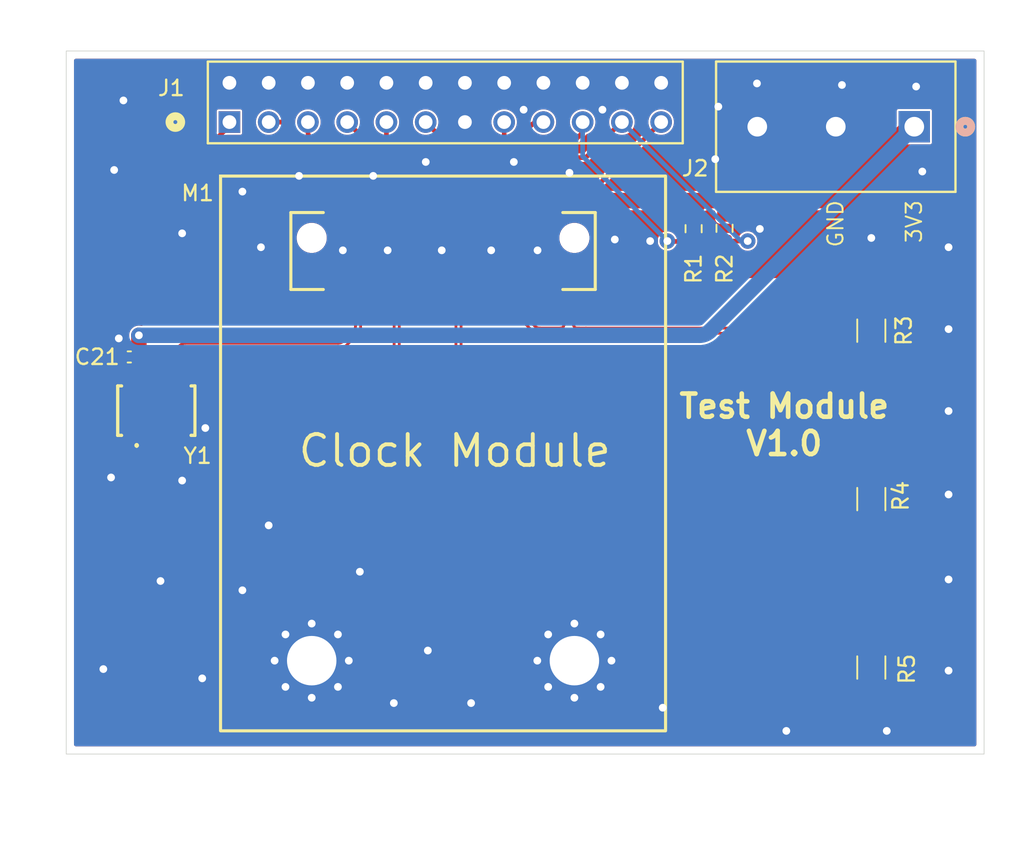
<source format=kicad_pcb>
(kicad_pcb (version 20241229) (generator "pcbnew") (generator_version "9.0")
  (layers (0 "F.Cu" signal) (4 "In1.Cu" signal) (6 "In2.Cu" signal) (2 "B.Cu" signal) (13 "F.Paste" user) (15 "B.Paste" user) (5 "F.SilkS" user "F.Silkscreen") (7 "B.SilkS" user "B.Silkscreen") (1 "F.Mask" user) (3 "B.Mask" user) (25 "Edge.Cuts" user))
  (net 0 "")
  (net 1 "3V3")
  (net 2 "GND")
  (net 3 "/A1{slash}SDO")
  (net 4 "/LOLB")
  (net 5 "/SCLK")
  (net 6 "/LOS_XAXBB")
  (net 7 "/OEB")
  (net 8 "/I2C_SEL")
  (net 9 "/EN")
  (net 10 "/INTRB")
  (net 11 "/RSTB")
  (net 12 "/SDA{slash}SDIO")
  (net 13 "/A0{slash}CSB")
  (net 14 "/CLK_OUT1+")
  (net 15 "/CLK_OUT0+")
  (net 16 "/CLK_OUT0-")
  (net 17 "/CLK_OUT1-")
  (net 18 "/CLK_IN-")
  (net 19 "/CLK_OUT2+")
  (net 20 "/CLK_OUT2-")
  (net 21 "/CLK_IN+")
  (footprint "lib:Clock_Module" (layer "F.Cu") (at 124.819308 93.66339)
    (property "Reference" "M1" (at -15.885 -16.845 0) (layer "F.SilkS"))
    (property "Value" "Clock Module")
    (fp_line (start -9.85 -15.59) (end -9.85 -10.61) (stroke (width 0.2)) (layer "F.SilkS"))
    (fp_line (start -9.85 -10.61) (end -7.75 -10.61) (stroke (width 0.2)) (layer "F.SilkS"))
    (fp_line (start -7.75 -15.59) (end -9.85 -15.59) (stroke (width 0.2)) (layer "F.SilkS"))
    (fp_line (start 7.75 -10.61) (end 9.85 -10.61) (stroke (width 0.2)) (layer "F.SilkS"))
    (fp_line (start 9.85 -15.59) (end 7.75 -15.59) (stroke (width 0.2)) (layer "F.SilkS"))
    (fp_line (start 9.85 -15.59) (end 9.85 -10.61) (stroke (width 0.2)) (layer "F.SilkS"))
    (fp_rect (start -14.4 -17.95) (end 14.4 17.95) (stroke (width 0.2)) (fill no) (layer "F.SilkS"))
    (fp_text user "Clock Module" (at -9.5 1 0) (layer "F.SilkS") (effects (font (size 2 2) (thickness 0.25)) (justify left bottom)))
    (pad "" np_thru_hole circle (at -8.5 -13.95 180) (size 1.45 1.45) (drill 1.45) (layers "*.Cu" "*.Mask"))
    (pad "" np_thru_hole circle (at 8.5 -13.95 180) (size 1.45 1.45) (drill 1.45) (layers "*.Cu" "*.Mask"))
    (pad "1" thru_hole circle (at -10.9 13.41) (size 0.8 0.8) (drill 0.5) (layers "*.Cu" "*.Mask") (net 2 "GND"))
    (pad "1" thru_hole circle (at -10.197056 11.712944) (size 0.8 0.8) (drill 0.5) (layers "*.Cu" "*.Mask") (net 2 "GND"))
    (pad "1" thru_hole circle (at -10.197056 15.107056) (size 0.8 0.8) (drill 0.5) (layers "*.Cu" "*.Mask") (net 2 "GND"))
    (pad "1" thru_hole circle (at -8.5 11.01) (size 0.8 0.8) (drill 0.5) (layers "*.Cu" "*.Mask") (net 2 "GND"))
    (pad "1" thru_hole circle (at -8.5 15.81) (size 0.8 0.8) (drill 0.5) (layers "*.Cu" "*.Mask") (net 2 "GND"))
    (pad "1" smd rect (at -7.25 -14.95 180) (size 0.3 1.5) (layers "F.Cu" "F.Mask" "F.Paste") (net 2 "GND"))
    (pad "1" thru_hole circle (at -6.802944 11.712944) (size 0.8 0.8) (drill 0.5) (layers "*.Cu" "*.Mask") (net 2 "GND"))
    (pad "1" thru_hole circle (at -6.802944 15.107056) (size 0.8 0.8) (drill 0.5) (layers "*.Cu" "*.Mask") (net 2 "GND"))
    (pad "1" thru_hole circle (at -6.1 13.41) (size 0.8 0.8) (drill 0.5) (layers "*.Cu" "*.Mask") (net 2 "GND"))
    (pad "1" thru_hole circle (at 6.1 13.41) (size 0.8 0.8) (drill 0.5) (layers "*.Cu" "*.Mask") (net 2 "GND"))
    (pad "1" thru_hole circle (at 6.802944 11.712944) (size 0.8 0.8) (drill 0.5) (layers "*.Cu" "*.Mask") (net 2 "GND"))
    (pad "1" thru_hole circle (at 6.802944 15.107056) (size 0.8 0.8) (drill 0.5) (layers "*.Cu" "*.Mask") (net 2 "GND"))
    (pad "1" thru_hole circle (at 8.5 11.01) (size 0.8 0.8) (drill 0.5) (layers "*.Cu" "*.Mask") (net 2 "GND"))
    (pad "1" thru_hole circle (at 8.5 15.81) (size 0.8 0.8) (drill 0.5) (layers "*.Cu" "*.Mask") (net 2 "GND"))
    (pad "1" thru_hole circle (at 10.197056 11.712944) (size 0.8 0.8) (drill 0.5) (layers "*.Cu" "*.Mask") (net 2 "GND"))
    (pad "1" thru_hole circle (at 10.197056 15.107056) (size 0.8 0.8) (drill 0.5) (layers "*.Cu" "*.Mask") (net 2 "GND"))
    (pad "1" thru_hole circle (at 10.9 13.41) (size 0.8 0.8) (drill 0.5) (layers "*.Cu" "*.Mask") (net 2 "GND"))
    (pad "2" smd rect (at -7.25 -11.25 180) (size 0.3 1.5) (layers "F.Cu" "F.Mask" "F.Paste") (net 2 "GND"))
    (pad "3" smd rect (at -6.75 -14.95 180) (size 0.3 1.5) (layers "F.Cu" "F.Mask" "F.Paste") (net 2 "GND"))
    (pad "4" smd rect (at -6.75 -11.25 180) (size 0.3 1.5) (layers "F.Cu" "F.Mask" "F.Paste") (net 2 "GND"))
    (pad "5" smd rect (at -6.25 -14.95 180) (size 0.3 1.5) (layers "F.Cu" "F.Mask" "F.Paste") (net 2 "GND"))
    (pad "6" smd rect (at -6.25 -11.25 180) (size 0.3 1.5) (layers "F.Cu" "F.Mask" "F.Paste") (net 2 "GND"))
    (pad "7" smd rect (at -5.75 -14.95 180) (size 0.3 1.5) (layers "F.Cu" "F.Mask" "F.Paste") (net 2 "GND"))
    (pad "8" smd rect (at -5.75 -11.25 180) (size 0.3 1.5) (layers "F.Cu" "F.Mask" "F.Paste") (net 21 "/CLK_IN+"))
    (pad "9" smd rect (at -5.25 -14.95 180) (size 0.3 1.5) (layers "F.Cu" "F.Mask" "F.Paste") (net 8 "/I2C_SEL"))
    (pad "10" smd rect (at -5.25 -11.25 180) (size 0.3 1.5) (layers "F.Cu" "F.Mask" "F.Paste") (net 18 "/CLK_IN-"))
    (pad "11" smd rect (at -4.75 -14.95 180) (size 0.3 1.5) (layers "F.Cu" "F.Mask" "F.Paste") (net 10 "/INTRB"))
    (pad "12" smd rect (at -4.75 -11.25 180) (size 0.3 1.5) (layers "F.Cu" "F.Mask" "F.Paste") (net 2 "GND"))
    (pad "13" smd rect (at -4.25 -14.95 180) (size 0.3 1.5) (layers "F.Cu" "F.Mask" "F.Paste") (net 2 "GND"))
    (pad "14" smd rect (at -4.25 -11.25 180) (size 0.3 1.5) (layers "F.Cu" "F.Mask" "F.Paste") (net 2 "GND"))
    (pad "15" smd rect (at -3.75 -14.95 180) (size 0.3 1.5) (layers "F.Cu" "F.Mask" "F.Paste") (net 2 "GND"))
    (pad "16" smd rect (at -3.75 -11.25 180) (size 0.3 1.5) (layers "F.Cu" "F.Mask" "F.Paste") (net 2 "GND"))
    (pad "17" smd rect (at -3.25 -14.95 180) (size 0.3 1.5) (layers "F.Cu" "F.Mask" "F.Paste") (net 2 "GND"))
    (pad "18" smd rect (at -3.25 -11.25 180) (size 0.3 1.5) (layers "F.Cu" "F.Mask" "F.Paste") (net 19 "/CLK_OUT2+"))
    (pad "19" smd rect (at -2.75 -14.95 180) (size 0.3 1.5) (layers "F.Cu" "F.Mask" "F.Paste") (net 2 "GND"))
    (pad "20" smd rect (at -2.75 -11.25 180) (size 0.3 1.5) (layers "F.Cu" "F.Mask" "F.Paste") (net 20 "/CLK_OUT2-"))
    (pad "21" smd rect (at -2.25 -14.95 180) (size 0.3 1.5) (layers "F.Cu" "F.Mask" "F.Paste") (net 2 "GND"))
    (pad "22" smd rect (at -2.25 -11.25 180) (size 0.3 1.5) (layers "F.Cu" "F.Mask" "F.Paste") (net 2 "GND"))
    (pad "23" smd rect (at -1.75 -14.95 180) (size 0.3 1.5) (layers "F.Cu" "F.Mask" "F.Paste") (net 6 "/LOS_XAXBB"))
    (pad "24" smd rect (at -1.75 -11.25 180) (size 0.3 1.5) (layers "F.Cu" "F.Mask" "F.Paste") (net 2 "GND"))
    (pad "25" smd rect (at -1.25 -14.95 180) (size 0.3 1.5) (layers "F.Cu" "F.Mask" "F.Paste") (net 4 "/LOLB"))
    (pad "26" smd rect (at -1.25 -11.25 180) (size 0.3 1.5) (layers "F.Cu" "F.Mask" "F.Paste") (net 2 "GND"))
    (pad "27" smd rect (at -0.75 -14.95 180) (size 0.3 1.5) (layers "F.Cu" "F.Mask" "F.Paste") (net 2 "GND"))
    (pad "28" smd rect (at -0.75 -11.25 180) (size 0.3 1.5) (layers "F.Cu" "F.Mask" "F.Paste") (net 2 "GND"))
    (pad "29" smd rect (at -0.25 -14.95 180) (size 0.3 1.5) (layers "F.Cu" "F.Mask" "F.Paste") (net 2 "GND"))
    (pad "30" smd rect (at -0.25 -11.25 180) (size 0.3 1.5) (layers "F.Cu" "F.Mask" "F.Paste") (net 2 "GND"))
    (pad "31" smd rect (at 0.25 -14.95 180) (size 0.3 1.5) (layers "F.Cu" "F.Mask" "F.Paste") (net 11 "/RSTB"))
    (pad "32" smd rect (at 0.25 -11.25 180) (size 0.3 1.5) (layers "F.Cu" "F.Mask" "F.Paste") (net 2 "GND"))
    (pad "33" smd rect (at 0.75 -14.95 180) (size 0.3 1.5) (layers "F.Cu" "F.Mask" "F.Paste") (net 2 "GND"))
    (pad "34" smd rect (at 0.75 -11.25 180) (size 0.3 1.5) (layers "F.Cu" "F.Mask" "F.Paste") (net 14 "/CLK_OUT1+"))
    (pad "35" smd rect (at 1.25 -14.95 180) (size 0.3 1.5) (layers "F.Cu" "F.Mask" "F.Paste") (net 13 "/A0{slash}CSB"))
    (pad "36" smd rect (at 1.25 -11.25 180) (size 0.3 1.5) (layers "F.Cu" "F.Mask" "F.Paste") (net 17 "/CLK_OUT1-"))
    (pad "37" smd rect (at 1.75 -14.95 180) (size 0.3 1.5) (layers "F.Cu" "F.Mask" "F.Paste") (net 3 "/A1{slash}SDO"))
    (pad "38" smd rect (at 1.75 -11.25 180) (size 0.3 1.5) (layers "F.Cu" "F.Mask" "F.Paste") (net 2 "GND"))
    (pad "39" smd rect (at 2.25 -14.95 180) (size 0.3 1.5) (layers "F.Cu" "F.Mask" "F.Paste") (net 2 "GND"))
    (pad "40" smd rect (at 2.25 -11.25 180) (size 0.3 1.5) (layers "F.Cu" "F.Mask" "F.Paste") (net 2 "GND"))
    (pad "41" smd rect (at 2.75 -14.95 180) (size 0.3 1.5) (layers "F.Cu" "F.Mask" "F.Paste") (net 5 "/SCLK"))
    (pad "42" smd rect (at 2.75 -11.25 180) (size 0.3 1.5) (layers "F.Cu" "F.Mask" "F.Paste") (net 2 "GND"))
    (pad "43" smd rect (at 3.25 -14.95 180) (size 0.3 1.5) (layers "F.Cu" "F.Mask" "F.Paste") (net 12 "/SDA{slash}SDIO"))
    (pad "44" smd rect (at 3.25 -11.25 180) (size 0.3 1.5) (layers "F.Cu" "F.Mask" "F.Paste") (net 2 "GND"))
    (pad "45" smd rect (at 3.75 -14.95 180) (size 0.3 1.5) (layers "F.Cu" "F.Mask" "F.Paste") (net 2 "GND"))
    (pad "46" smd rect (at 3.75 -11.25 180) (size 0.3 1.5) (layers "F.Cu" "F.Mask" "F.Paste") (net 2 "GND"))
    (pad "47" smd rect (at 4.25 -14.95 180) (size 0.3 1.5) (layers "F.Cu" "F.Mask" "F.Paste") (net 7 "/OEB"))
    (pad "48" smd rect (at 4.25 -11.25 180) (size 0.3 1.5) (layers "F.Cu" "F.Mask" "F.Paste") (net 2 "GND"))
    (pad "49" smd rect (at 4.75 -14.95 180) (size 0.3 1.5) (layers "F.Cu" "F.Mask" "F.Paste") (net 2 "GND"))
    (pad "50" smd rect (at 4.75 -11.25 180) (size 0.3 1.5) (layers "F.Cu" "F.Mask" "F.Paste") (net 15 "/CLK_OUT0+"))
    (pad "51" smd rect (at 5.25 -14.95 180) (size 0.3 1.5) (layers "F.Cu" "F.Mask" "F.Paste") (net 2 "GND"))
    (pad "52" smd rect (at 5.25 -11.25 180) (size 0.3 1.5) (layers "F.Cu" "F.Mask" "F.Paste") (net 16 "/CLK_OUT0-"))
    (pad "53" smd rect (at 5.75 -14.95 180) (size 0.3 1.5) (layers "F.Cu" "F.Mask" "F.Paste") (net 1 "3V3"))
    (pad "54" smd rect (at 5.75 -11.25 180) (size 0.3 1.5) (layers "F.Cu" "F.Mask" "F.Paste") (net 2 "GND"))
    (pad "55" smd rect (at 6.25 -14.95 180) (size 0.3 1.5) (layers "F.Cu" "F.Mask" "F.Paste") (net 1 "3V3"))
    (pad "56" smd rect (at 6.25 -11.25 180) (size 0.3 1.5) (layers "F.Cu" "F.Mask" "F.Paste") (net 2 "GND"))
    (pad "57" smd rect (at 6.75 -14.95 180) (size 0.3 1.5) (layers "F.Cu" "F.Mask" "F.Paste") (net 1 "3V3"))
    (pad "58" smd rect (at 6.75 -11.25 180) (size 0.3 1.5) (layers "F.Cu" "F.Mask" "F.Paste") (net 2 "GND"))
    (pad "59" smd rect (at 7.25 -14.95 180) (size 0.3 1.5) (layers "F.Cu" "F.Mask" "F.Paste") (net 2 "GND"))
    (pad "60" smd rect (at 7.25 -11.25 180) (size 0.3 1.5) (layers "F.Cu" "F.Mask" "F.Paste") (net 2 "GND"))
    (pad "H1" thru_hole circle (at -8.5 13.41) (size 6.4 6.4) (drill 3.2) (layers "*.Cu" "*.Mask") (net 2 "GND"))
    (pad "H2" thru_hole circle (at 8.5 13.41) (size 6.4 6.4) (drill 3.2) (layers "*.Cu" "*.Mask") (net 2 "GND"))
  )
  (footprint "Resistor_SMD:R_1206_3216Metric" (layer "F.Cu") (at 152.534308 96.61839 90)
    (property "Reference" "R4" (at 0.2 1.9 90) (layer "F.SilkS"))
    (property "Value" "100")
    (fp_line (start -0.727064 -0.91) (end 0.727064 -0.91) (stroke (width 0.12)) (layer "F.SilkS"))
    (fp_line (start -0.727064 0.91) (end 0.727064 0.91) (stroke (width 0.12)) (layer "F.SilkS"))
    (pad "1" smd roundrect (at -1.4625 0 90) (size 1.125 1.75) (layers "F.Cu" "F.Mask" "F.Paste") (roundrect_rratio 0.222222) (net 14 "/CLK_OUT1+"))
    (pad "2" smd roundrect (at 1.4625 0 90) (size 1.125 1.75) (layers "F.Cu" "F.Mask" "F.Paste") (roundrect_rratio 0.222222) (net 17 "/CLK_OUT1-"))
  )
  (footprint "Resistor_SMD:R_0603_1608Metric" (layer "F.Cu") (at 143.034308 79.09339 -90)
    (property "Reference" "R2" (at 2.625 0 90) (layer "F.SilkS"))
    (property "Value" "10k")
    (fp_line (start -0.237258 0.5225) (end 0.237258 0.5225) (stroke (width 0.12)) (layer "F.SilkS"))
    (fp_line (start -0.237258 -0.5225) (end 0.237258 -0.5225) (stroke (width 0.12)) (layer "F.SilkS"))
    (pad "1" smd roundrect (at -0.825 0 270) (size 0.8 0.95) (layers "F.Cu" "F.Mask" "F.Paste") (net 1 "3V3"))
    (pad "2" smd roundrect (at 0.825 0 270) (size 0.8 0.95) (layers "F.Cu" "F.Mask" "F.Paste") (net 12 "/SDA{slash}SDIO"))
  )
  (footprint "Capacitor_SMD:C_0402_1005Metric" (layer "F.Cu") (at 104.514308 87.41839 180)
    (property "Reference" "C21" (at 2.08 0 0) (layer "F.SilkS"))
    (property "Value" "1uF")
    (fp_line (start -0.107836 0.36) (end 0.107836 0.36) (stroke (width 0.12)) (layer "F.SilkS"))
    (fp_line (start -0.107836 -0.36) (end 0.107836 -0.36) (stroke (width 0.12)) (layer "F.SilkS"))
    (pad "1" smd roundrect (at -0.48 0 180) (size 0.56 0.62) (layers "F.Cu" "F.Mask" "F.Paste") (net 1 "3V3"))
    (pad "2" smd roundrect (at 0.48 0 180) (size 0.56 0.62) (layers "F.Cu" "F.Mask" "F.Paste") (net 2 "GND"))
  )
  (footprint "lib:282837-3_TYC" (layer "F.Cu") (at 155.314308 72.51839 180)
    (property "Reference" "J2" (at 14.18 -2.7 0) (layer "F.SilkS"))
    (property "Value" "282837-3")
    (fp_line (start 12.827 4.2164) (end 12.827 -4.2164) (stroke (width 0.1524)) (layer "F.SilkS"))
    (fp_line (start 12.827 -4.2164) (end -2.667 -4.2164) (stroke (width 0.1524)) (layer "F.SilkS"))
    (fp_line (start -2.667 4.2164) (end 12.827 4.2164) (stroke (width 0.1524)) (layer "F.SilkS"))
    (fp_line (start -2.667 -4.2164) (end -2.667 4.2164) (stroke (width 0.1524)) (layer "F.SilkS"))
    (fp_circle (center -3.302 0) (end -2.921 0) (stroke (width 0.508)) (fill no) (layer "F.SilkS"))
    (fp_circle (center -3.302 0) (end -2.921 0) (stroke (width 0.508)) (fill no) (layer "B.SilkS"))
    (pad "1" thru_hole rect (at 0 0 180) (size 2.032 2.032) (drill 1.27) (layers "*.Cu" "*.Mask") (net 1 "3V3"))
    (pad "2" thru_hole circle (at 5.08 0 180) (size 2.032 2.032) (drill 1.27) (layers "*.Cu" "*.Mask") (net 2 "GND"))
    (pad "3" thru_hole circle (at 10.16 0 180) (size 2.032 2.032) (drill 1.27) (layers "*.Cu" "*.Mask") (net 2 "GND"))
  )
  (footprint "lib:6-534206-2_TYC" (layer "F.Cu") (at 110.994308 72.21839)
    (property "Reference" "J1" (at -3.76 -2.2 0) (layer "F.SilkS"))
    (property "Value" "6-534206-2" (hide yes))
    (fp_line (start -1.397 -3.9116) (end -1.397 1.3716) (stroke (width 0.1524)) (layer "F.SilkS"))
    (fp_line (start -1.397 1.3716) (end 29.337 1.3716) (stroke (width 0.1524)) (layer "F.SilkS"))
    (fp_line (start 29.337 -3.9116) (end -1.397 -3.9116) (stroke (width 0.1524)) (layer "F.SilkS"))
    (fp_line (start 29.337 1.3716) (end 29.337 -3.9116) (stroke (width 0.1524)) (layer "F.SilkS"))
    (fp_circle (center -3.5 0) (end -3.119 0) (stroke (width 0.508)) (fill no) (layer "F.SilkS"))
    (pad "1" thru_hole rect (at 0 0) (size 1.397 1.397) (drill 0.889) (layers "*.Cu" "*.Mask") (net 9 "/EN"))
    (pad "2" thru_hole circle (at 2.54 0) (size 1.397 1.397) (drill 0.889) (layers "*.Cu" "*.Mask") (net 8 "/I2C_SEL"))
    (pad "3" thru_hole circle (at 5.08 0) (size 1.397 1.397) (drill 0.889) (layers "*.Cu" "*.Mask") (net 10 "/INTRB"))
    (pad "4" thru_hole circle (at 7.62 0) (size 1.397 1.397) (drill 0.889) (layers "*.Cu" "*.Mask") (net 6 "/LOS_XAXBB"))
    (pad "5" thru_hole circle (at 10.16 0) (size 1.397 1.397) (drill 0.889) (layers "*.Cu" "*.Mask") (net 4 "/LOLB"))
    (pad "6" thru_hole circle (at 12.7 0) (size 1.397 1.397) (drill 0.889) (layers "*.Cu" "*.Mask") (net 11 "/RSTB"))
    (pad "7" thru_hole circle (at 15.24 0) (size 1.397 1.397) (drill 0.889) (layers "*.Cu" "*.Mask") (net 2 "GND"))
    (pad "8" thru_hole circle (at 17.78 0) (size 1.397 1.397) (drill 0.889) (layers "*.Cu" "*.Mask") (net 13 "/A0{slash}CSB"))
    (pad "9" thru_hole circle (at 20.32 0) (size 1.397 1.397) (drill 0.889) (layers "*.Cu" "*.Mask") (net 3 "/A1{slash}SDO"))
    (pad "10" thru_hole circle (at 22.86 0) (size 1.397 1.397) (drill 0.889) (layers "*.Cu" "*.Mask") (net 5 "/SCLK"))
    (pad "11" thru_hole circle (at 25.4 0) (size 1.397 1.397) (drill 0.889) (layers "*.Cu" "*.Mask") (net 12 "/SDA{slash}SDIO"))
    (pad "12" thru_hole circle (at 27.94 0) (size 1.397 1.397) (drill 0.889) (layers "*.Cu" "*.Mask") (net 7 "/OEB"))
    (pad "13" thru_hole circle (at 0 -2.54) (size 1.397 1.397) (drill 0.889) (layers "*.Cu" "*.Mask") (net 2 "GND"))
    (pad "14" thru_hole circle (at 2.54 -2.54) (size 1.397 1.397) (drill 0.889) (layers "*.Cu" "*.Mask") (net 2 "GND"))
    (pad "15" thru_hole circle (at 5.08 -2.54) (size 1.397 1.397) (drill 0.889) (layers "*.Cu" "*.Mask") (net 2 "GND"))
    (pad "16" thru_hole circle (at 7.62 -2.54) (size 1.397 1.397) (drill 0.889) (layers "*.Cu" "*.Mask") (net 2 "GND"))
    (pad "17" thru_hole circle (at 10.16 -2.54) (size 1.397 1.397) (drill 0.889) (layers "*.Cu" "*.Mask") (net 2 "GND"))
    (pad "18" thru_hole circle (at 12.7 -2.54) (size 1.397 1.397) (drill 0.889) (layers "*.Cu" "*.Mask") (net 2 "GND"))
    (pad "19" thru_hole circle (at 15.24 -2.54) (size 1.397 1.397) (drill 0.889) (layers "*.Cu" "*.Mask") (net 2 "GND"))
    (pad "20" thru_hole circle (at 17.78 -2.54) (size 1.397 1.397) (drill 0.889) (layers "*.Cu" "*.Mask") (net 2 "GND"))
    (pad "21" thru_hole circle (at 20.32 -2.54) (size 1.397 1.397) (drill 0.889) (layers "*.Cu" "*.Mask") (net 2 "GND"))
    (pad "22" thru_hole circle (at 22.86 -2.54) (size 1.397 1.397) (drill 0.889) (layers "*.Cu" "*.Mask") (net 2 "GND"))
    (pad "23" thru_hole circle (at 25.4 -2.54) (size 1.397 1.397) (drill 0.889) (layers "*.Cu" "*.Mask") (net 2 "GND"))
    (pad "24" thru_hole circle (at 27.94 -2.54) (size 1.397 1.397) (drill 0.889) (layers "*.Cu" "*.Mask") (net 2 "GND"))
  )
  (footprint "lib:XLL536010000000I" (layer "F.Cu") (at 106.264308 90.89339)
    (property "Reference" "Y1" (at 2.67 2.925 0) (layer "F.SilkS"))
    (property "Value" "XLL536010.000000I" (hide yes))
    (fp_line (start -2.5 -1.6) (end -2.5 -1.6) (stroke (width 0.2)) (layer "F.SilkS"))
    (fp_line (start -2.5 -1.6) (end -2.5 -1.6) (stroke (width 0.2)) (layer "F.SilkS"))
    (fp_line (start -2.5 -1.6) (end -2.5 1.6) (stroke (width 0.2)) (layer "F.SilkS"))
    (fp_line (start -2.5 -1.6) (end -2.25 -1.6) (stroke (width 0.2)) (layer "F.SilkS"))
    (fp_line (start -2.5 1.6) (end -2.5 -1.6) (stroke (width 0.2)) (layer "F.SilkS"))
    (fp_line (start -2.5 1.6) (end -2.5 1.6) (stroke (width 0.2)) (layer "F.SilkS"))
    (fp_line (start -2.5 1.6) (end -2.5 1.6) (stroke (width 0.2)) (layer "F.SilkS"))
    (fp_line (start -2.5 1.6) (end -2.25 1.6) (stroke (width 0.2)) (layer "F.SilkS"))
    (fp_line (start -2.25 -1.6) (end -2.5 -1.6) (stroke (width 0.2)) (layer "F.SilkS"))
    (fp_line (start -2.25 -1.6) (end -2.25 -1.6) (stroke (width 0.2)) (layer "F.SilkS"))
    (fp_line (start -2.25 1.6) (end -2.5 1.6) (stroke (width 0.2)) (layer "F.SilkS"))
    (fp_line (start -2.25 1.6) (end -2.25 1.6) (stroke (width 0.2)) (layer "F.SilkS"))
    (fp_line (start -1.27 2.2) (end -1.27 2.2) (stroke (width 0.2)) (layer "F.SilkS"))
    (fp_line (start -1.27 2.2) (end -1.27 2.2) (stroke (width 0.2)) (layer "F.SilkS"))
    (fp_line (start -1.27 2.3) (end -1.27 2.3) (stroke (width 0.2)) (layer "F.SilkS"))
    (fp_line (start 2.25 -1.6) (end 2.25 -1.6) (stroke (width 0.2)) (layer "F.SilkS"))
    (fp_line (start 2.25 -1.6) (end 2.5 -1.6) (stroke (width 0.2)) (layer "F.SilkS"))
    (fp_line (start 2.25 1.6) (end 2.25 1.6) (stroke (width 0.2)) (layer "F.SilkS"))
    (fp_line (start 2.25 1.6) (end 2.5 1.6) (stroke (width 0.2)) (layer "F.SilkS"))
    (fp_line (start 2.5 -1.6) (end 2.25 -1.6) (stroke (width 0.2)) (layer "F.SilkS"))
    (fp_line (start 2.5 -1.6) (end 2.5 -1.6) (stroke (width 0.2)) (layer "F.SilkS"))
    (fp_line (start 2.5 -1.6) (end 2.5 -1.6) (stroke (width 0.2)) (layer "F.SilkS"))
    (fp_line (start 2.5 -1.6) (end 2.5 1.6) (stroke (width 0.2)) (layer "F.SilkS"))
    (fp_line (start 2.5 1.6) (end 2.25 1.6) (stroke (width 0.2)) (layer "F.SilkS"))
    (fp_line (start 2.5 1.6) (end 2.5 -1.6) (stroke (width 0.2)) (layer "F.SilkS"))
    (fp_line (start 2.5 1.6) (end 2.5 1.6) (stroke (width 0.2)) (layer "F.SilkS"))
    (fp_line (start 2.5 1.6) (end 2.5 1.6) (stroke (width 0.2)) (layer "F.SilkS"))
    (fp_arc (start -1.27 2.2) (mid -1.22 2.25) (end -1.27 2.3) (stroke (width 0.2)) (layer "F.SilkS"))
    (fp_arc (start -1.27 2.3) (mid -1.32 2.25) (end -1.27 2.2) (stroke (width 0.2)) (layer "F.SilkS"))
    (fp_arc (start -1.27 2.3) (mid -1.32 2.25) (end -1.27 2.2) (stroke (width 0.2)) (layer "F.SilkS"))
    (pad "1" smd rect (at -1.27 1.125) (size 0.89 1.29) (layers "F.Cu" "F.Mask" "F.Paste") (net 9 "/EN"))
    (pad "2" smd rect (at 0 1.125) (size 0.89 1.29) (layers "F.Cu" "F.Mask" "F.Paste"))
    (pad "3" smd rect (at 1.27 1.125) (size 0.89 1.29) (layers "F.Cu" "F.Mask" "F.Paste") (net 2 "GND"))
    (pad "4" smd rect (at 1.27 -1.125) (size 0.89 1.29) (layers "F.Cu" "F.Mask" "F.Paste") (net 18 "/CLK_IN-"))
    (pad "5" smd rect (at 0 -1.125) (size 0.89 1.29) (layers "F.Cu" "F.Mask" "F.Paste") (net 21 "/CLK_IN+"))
    (pad "6" smd rect (at -1.27 -1.125) (size 0.89 1.29) (layers "F.Cu" "F.Mask" "F.Paste") (net 1 "3V3"))
  )
  (footprint "Resistor_SMD:R_1206_3216Metric" (layer "F.Cu") (at 152.534308 107.51839 90)
    (property "Reference" "R5" (at -0.1 2.3 90) (layer "F.SilkS"))
    (property "Value" "100")
    (fp_line (start -0.727064 -0.91) (end 0.727064 -0.91) (stroke (width 0.12)) (layer "F.SilkS"))
    (fp_line (start -0.727064 0.91) (end 0.727064 0.91) (stroke (width 0.12)) (layer "F.SilkS"))
    (pad "1" smd roundrect (at -1.4625 0 90) (size 1.125 1.75) (layers "F.Cu" "F.Mask" "F.Paste") (roundrect_rratio 0.222222) (net 19 "/CLK_OUT2+"))
    (pad "2" smd roundrect (at 1.4625 0 90) (size 1.125 1.75) (layers "F.Cu" "F.Mask" "F.Paste") (roundrect_rratio 0.222222) (net 20 "/CLK_OUT2-"))
  )
  (footprint "Resistor_SMD:R_0603_1608Metric" (layer "F.Cu") (at 141.034308 79.11839 -90)
    (property "Reference" "R1" (at 2.6 0 90) (layer "F.SilkS"))
    (property "Value" "10k")
    (fp_line (start -0.237258 0.5225) (end 0.237258 0.5225) (stroke (width 0.12)) (layer "F.SilkS"))
    (fp_line (start -0.237258 -0.5225) (end 0.237258 -0.5225) (stroke (width 0.12)) (layer "F.SilkS"))
    (pad "1" smd roundrect (at -0.825 0 270) (size 0.8 0.95) (layers "F.Cu" "F.Mask" "F.Paste") (net 1 "3V3"))
    (pad "2" smd roundrect (at 0.825 0 270) (size 0.8 0.95) (layers "F.Cu" "F.Mask" "F.Paste") (net 5 "/SCLK"))
  )
  (footprint "Resistor_SMD:R_1206_3216Metric" (layer "F.Cu") (at 152.534308 85.71839 90)
    (property "Reference" "R3" (at 0 2.1 90) (layer "F.SilkS"))
    (property "Value" "100")
    (fp_line (start -0.727064 -0.91) (end 0.727064 -0.91) (stroke (width 0.12)) (layer "F.SilkS"))
    (fp_line (start -0.727064 0.91) (end 0.727064 0.91) (stroke (width 0.12)) (layer "F.SilkS"))
    (pad "1" smd roundrect (at -1.4625 0 90) (size 1.125 1.75) (layers "F.Cu" "F.Mask" "F.Paste") (roundrect_rratio 0.222222) (net 15 "/CLK_OUT0+"))
    (pad "2" smd roundrect (at 1.4625 0 90) (size 1.125 1.75) (layers "F.Cu" "F.Mask" "F.Paste") (roundrect_rratio 0.222222) (net 16 "/CLK_OUT0-"))
  )
  (gr_rect (start 100.434308 67.61839) (end 159.834308 113.11839) (stroke (width 0.05)) (fill no) (layer "Edge.Cuts"))
  (gr_text "3V3" (at 155.884933 80.11839 90) (layer "F.SilkS") (effects (font (size 1 1) (thickness 0.125)) (justify left bottom)))
  (gr_text "Test Module\nV1.0" (at 146.9 93.9 0) (layer "F.SilkS") (effects (font (size 1.5 1.5) (thickness 0.3) (bold yes)) (justify bottom)))
  (gr_text "GND" (at 150.804933 80.404104 90) (layer "F.SilkS") (effects (font (size 1 1) (thickness 0.125)) (justify left bottom)))
  (segment (start 131.357178 77.3) (end 131.069308 77.58787) (width 1) (layer "F.Cu") (net 1))
  (segment (start 131.069308 77.58787) (end 131.069308 78.71339) (width 1) (layer "F.Cu") (net 1))
  (segment (start 105.134308 86.01839) (end 105.134308 89.62839) (width 1) (layer "F.Cu") (net 1))
  (segment (start 142.052698 77.3) (end 131.357178 77.3) (width 1) (layer "F.Cu") (net 1))
  (segment (start 150.152698 77.3) (end 154.934308 72.51839) (width 1) (layer "F.Cu") (net 1))
  (segment (start 145.715918 77.3) (end 142.052698 77.3) (width 1) (layer "F.Cu") (net 1))
  (segment (start 142.052698 77.3) (end 141.059308 78.29339) (width 0.3) (layer "F.Cu") (net 1))
  (segment (start 141.059308 78.29339) (end 141.034308 78.29339) (width 0.3) (layer "F.Cu") (net 1))
  (segment (start 105.134308 89.62839) (end 104.994308 89.76839) (width 1) (layer "F.Cu") (net 1))
  (segment (start 143.584308 78.26839) (end 143.034308 78.26839) (width 0.3) (layer "F.Cu") (net 1))
  (segment (start 145.715918 77.3) (end 144.552698 77.3) (width 0.3) (layer "F.Cu") (net 1))
  (segment (start 145.715918 77.3) (end 150.152698 77.3) (width 1) (layer "F.Cu") (net 1))
  (segment (start 144.552698 77.3) (end 143.584308 78.26839) (width 0.3) (layer "F.Cu") (net 1))
  (segment (start 154.934308 72.51839) (end 155.314308 72.51839) (width 1) (layer "F.Cu") (net 1))
  (via (at 105.134308 86.01839) (size 1) (drill 0.5) (layers "F.Cu" "B.Cu") (net 1))
  (segment (start 155.314308 72.51839) (end 142.107201 85.725497) (width 1) (layer "B.Cu") (net 1))
  (segment (start 141.400094 86.01839) (end 105.134308 86.01839) (width 1) (layer "B.Cu") (net 1))
  (arc (start 142.107201 85.725497) (mid 141.782778 85.94227) (end 141.400094 86.01839) (width 1) (layer "B.Cu") (net 1))
  (via (at 145.320443 79.132255) (size 1) (drill 0.5) (layers "F.Cu" "B.Cu") (net 2))
  (via (at 150.634308 69.81839) (size 1) (drill 0.5) (layers "F.Cu" "B.Cu") (net 2))
  (via (at 153.534308 111.61839) (size 1) (drill 0.5) (layers "F.Cu" "B.Cu") (net 2))
  (via (at 124.734308 80.51839) (size 1) (drill 0.5) (layers "F.Cu" "B.Cu") (net 2))
  (via (at 129.4 74.8) (size 1) (drill 0.5) (layers "F.Cu" "B.Cu") (net 2))
  (via (at 103.334308 95.21839) (size 1) (drill 0.5) (layers "F.Cu" "B.Cu") (net 2))
  (via (at 106.534308 101.91839) (size 1) (drill 0.5) (layers "F.Cu" "B.Cu") (net 2))
  (via (at 102.834308 107.61839) (size 1) (drill 0.5) (layers "F.Cu" "B.Cu") (net 2))
  (via (at 107.934308 95.41839) (size 1) (drill 0.5) (layers "F.Cu" "B.Cu") (net 2))
  (via (at 135.934308 79.81839) (size 1) (drill 0.5) (layers "F.Cu" "B.Cu") (net 2))
  (via (at 120.3 75.7) (size 1) (drill 0.5) (layers "F.Cu" "B.Cu") (net 2))
  (via (at 133 75.5) (size 1) (drill 0.5) (layers "F.Cu" "B.Cu") (net 2))
  (via (at 115.5 75.7) (size 1) (drill 0.5) (layers "F.Cu" "B.Cu") (net 2))
  (via (at 126.634308 109.81839) (size 1) (drill 0.5) (layers "F.Cu" "B.Cu") (net 2))
  (via (at 157.534308 107.71839) (size 1) (drill 0.5) (layers "F.Cu" "B.Cu") (net 2))
  (via (at 130.934308 80.51839) (size 1) (drill 0.5) (layers "F.Cu" "B.Cu") (net 2))
  (via (at 157.534308 90.91839) (size 1) (drill 0.5) (layers "F.Cu" "B.Cu") (net 2))
  (via (at 130.034308 71.41839) (size 1) (drill 0.5) (layers "F.Cu" "B.Cu") (net 2))
  (via (at 119.434308 101.31839) (size 1) (drill 0.5) (layers "F.Cu" "B.Cu") (net 2))
  (via (at 123.7 74.8) (size 1) (drill 0.5) (layers "F.Cu" "B.Cu") (net 2))
  (via (at 103.534308 75.31839) (size 1) (drill 0.5) (layers "F.Cu" "B.Cu") (net 2))
  (via (at 155.834308 75.41839) (size 1) (drill 0.5) (layers "F.Cu" "B.Cu") (net 2))
  (via (at 118.334308 80.51839) (size 1) (drill 0.5) (layers "F.Cu" "B.Cu") (net 2))
  (via (at 123.834308 106.41839) (size 1) (drill 0.5) (layers "F.Cu" "B.Cu") (net 2))
  (via (at 103.834308 86.21839) (size 1) (drill 0.5) (layers "F.Cu" "B.Cu") (net 2))
  (via (at 107.934308 79.41839) (size 1) (drill 0.5) (layers "F.Cu" "B.Cu") (net 2))
  (via (at 157.534308 80.31839) (size 1) (drill 0.5) (layers "F.Cu" "B.Cu") (net 2))
  (via (at 113.534308 98.31839) (size 1) (drill 0.5) (layers "F.Cu" "B.Cu") (net 2))
  (via (at 111.834308 102.51839) (size 1) (drill 0.5) (layers "F.Cu" "B.Cu") (net 2))
  (via (at 121.234308 80.51839) (size 1) (drill 0.5) (layers "F.Cu" "B.Cu") (net 2))
  (via (at 157.534308 85.61839) (size 1) (drill 0.5) (layers "F.Cu" "B.Cu") (net 2))
  (via (at 138.222545 79.91839) (size 1) (drill 0.5) (layers "F.Cu" "B.Cu") (net 2))
  (via (at 142.434308 74.61839) (size 1) (drill 0.5) (layers "F.Cu" "B.Cu") (net 2))
  (via (at 157.534308 101.81839) (size 1) (drill 0.5) (layers "F.Cu" "B.Cu") (net 2))
  (via (at 109.434308 92.01839) (size 1) (drill 0.5) (layers "F.Cu" "B.Cu") (net 2))
  (via (at 113.034308 80.31839) (size 1) (drill 0.5) (layers "F.Cu" "B.Cu") (net 2))
  (via (at 139.034308 110.11839) (size 1) (drill 0.5) (layers "F.Cu" "B.Cu") (net 2))
  (via (at 135.134308 71.41839) (size 1) (drill 0.5) (layers "F.Cu" "B.Cu") (net 2))
  (via (at 104.134308 70.81839) (size 1) (drill 0.5) (layers "F.Cu" "B.Cu") (net 2))
  (via (at 157.534308 96.31839) (size 1) (drill 0.5) (layers "F.Cu" "B.Cu") (net 2))
  (via (at 109.234308 108.21839) (size 1) (drill 0.5) (layers "F.Cu" "B.Cu") (net 2))
  (via (at 145.134308 69.71839) (size 1) (drill 0.5) (layers "F.Cu" "B.Cu") (net 2))
  (via (at 147.034308 111.61839) (size 1) (drill 0.5) (layers "F.Cu" "B.Cu") (net 2))
  (via (at 111.834308 76.71839) (size 1) (drill 0.5) (layers "F.Cu" "B.Cu") (net 2))
  (via (at 127.934308 80.51839) (size 1) (drill 0.5) (layers "F.Cu" "B.Cu") (net 2))
  (via (at 155.434308 69.91839) (size 1) (drill 0.5) (layers "F.Cu" "B.Cu") (net 2))
  (via (at 152.534308 79.71839) (size 1) (drill 0.5) (layers "F.Cu" "B.Cu") (net 2))
  (via (at 142.634308 71.21839) (size 1) (drill 0.5) (layers "F.Cu" "B.Cu") (net 2))
  (via (at 121.634308 109.81839) (size 1) (drill 0.5) (layers "F.Cu" "B.Cu") (net 2))
  (segment (start 130.587861 72.364837) (end 126.715754 76.236944) (width 0.3) (layer "F.Cu") (net 3))
  (segment (start 131.314308 72.21839) (end 130.941415 72.21839) (width 0.3) (layer "F.Cu") (net 3))
  (segment (start 126.569308 76.590497) (end 126.569308 78.71339) (width 0.3) (layer "F.Cu") (net 3))
  (arc (start 130.587861 72.364837) (mid 130.750073 72.25645) (end 130.941415 72.21839) (width 0.3) (layer "F.Cu") (net 3))
  (arc (start 126.715754 76.236944) (mid 126.607368 76.399156) (end 126.569308 76.590497) (width 0.3) (layer "F.Cu") (net 3))
  (segment (start 121.154308 72.21839) (end 121.154308 73.931283) (width 0.3) (layer "F.Cu") (net 4))
  (segment (start 121.300755 74.284837) (end 123.422862 76.406944) (width 0.3) (layer "F.Cu") (net 4))
  (segment (start 123.569308 76.760497) (end 123.569308 78.71339) (width 0.3) (layer "F.Cu") (net 4))
  (arc (start 123.422862 76.406944) (mid 123.531248 76.569156) (end 123.569308 76.760497) (width 0.3) (layer "F.Cu") (net 4))
  (arc (start 121.154308 73.931283) (mid 121.192368 74.122625) (end 121.300755 74.284837) (width 0.3) (layer "F.Cu") (net 4))
  (segment (start 127.569308 78.037799) (end 127.569308 78.71339) (width 0.3) (layer "F.Cu") (net 5))
  (segment (start 133.707861 73.044837) (end 132.793514 73.959184) (width 0.3) (layer "F.Cu") (net 5))
  (segment (start 132.439961 74.10563) (end 131.501477 74.10563) (width 0.3) (layer "F.Cu") (net 5))
  (segment (start 131.147923 74.252077) (end 127.715754 77.684246) (width 0.3) (layer "F.Cu") (net 5))
  (segment (start 141.034308 79.94339) (end 139.359308 79.94339) (width 0.3) (layer "F.Cu") (net 5))
  (segment (start 133.854308 72.21839) (end 133.854308 72.691283) (width 0.3) (layer "F.Cu") (net 5))
  (segment (start 139.359308 79.94339) (end 139.334308 79.91839) (width 0.3) (layer "F.Cu") (net 5))
  (via (at 139.334308 79.91839) (size 1) (drill 0.5) (layers "F.Cu" "B.Cu") (net 5))
  (arc (start 133.707861 73.044837) (mid 133.816248 72.882625) (end 133.854308 72.691283) (width 0.3) (layer "F.Cu") (net 5))
  (arc (start 131.147923 74.252077) (mid 131.310135 74.14369) (end 131.501477 74.10563) (width 0.3) (layer "F.Cu") (net 5))
  (arc (start 127.715754 77.684246) (mid 127.607368 77.846458) (end 127.569308 78.037799) (width 0.3) (layer "F.Cu") (net 5))
  (arc (start 132.793514 73.959184) (mid 132.631302 74.06757) (end 132.439961 74.10563) (width 0.3) (layer "F.Cu") (net 5))
  (segment (start 133.854308 74.43839) (end 133.854308 72.21839) (width 0.3) (layer "B.Cu") (net 5))
  (segment (start 139.334308 79.91839) (end 133.854308 74.43839) (width 0.3) (layer "B.Cu") (net 5))
  (segment (start 118.614308 72.21839) (end 122.922862 76.526944) (width 0.3) (layer "F.Cu") (net 6))
  (segment (start 123.069308 76.880497) (end 123.069308 78.71339) (width 0.3) (layer "F.Cu") (net 6))
  (arc (start 122.922862 76.526944) (mid 123.031248 76.689156) (end 123.069308 76.880497) (width 0.3) (layer "F.Cu") (net 6))
  (segment (start 130.707107 76.5) (end 134.445591 76.5) (width 0.3) (layer "F.Cu") (net 7))
  (segment (start 134.799145 76.353553) (end 138.934308 72.21839) (width 0.3) (layer "F.Cu") (net 7))
  (segment (start 129.069308 78.71339) (end 129.069308 78.137799) (width 0.3) (layer "F.Cu") (net 7))
  (segment (start 129.215755 77.784245) (end 130.353554 76.646446) (width 0.3) (layer "F.Cu") (net 7))
  (arc (start 129.069308 78.137799) (mid 129.107368 77.946457) (end 129.215755 77.784245) (width 0.3) (layer "F.Cu") (net 7))
  (arc (start 130.707107 76.5) (mid 130.515766 76.53806) (end 130.353554 76.646446) (width 0.3) (layer "F.Cu") (net 7))
  (arc (start 134.445591 76.5) (mid 134.636933 76.46194) (end 134.799145 76.353553) (width 0.3) (layer "F.Cu") (net 7))
  (segment (start 119.569308 78.71339) (end 119.569308 77.476415) (width 0.3) (layer "F.Cu") (net 8))
  (segment (start 114.311283 72.21839) (end 113.534308 72.21839) (width 0.3) (layer "F.Cu") (net 8))
  (segment (start 119.422861 77.122861) (end 114.664836 72.364836) (width 0.3) (layer "F.Cu") (net 8))
  (arc (start 114.664836 72.364836) (mid 114.502624 72.25645) (end 114.311283 72.21839) (width 0.3) (layer "F.Cu") (net 8))
  (arc (start 119.569308 77.476415) (mid 119.531248 77.285073) (end 119.422861 77.122861) (width 0.3) (layer "F.Cu") (net 8))
  (segment (start 110.994308 72.21839) (end 110.994308 72.251283) (width 0.3) (layer "F.Cu") (net 9))
  (segment (start 102.534308 81.125497) (end 102.534308 89.351283) (width 0.3) (layer "F.Cu") (net 9))
  (segment (start 110.847861 72.604837) (end 102.680754 80.771944) (width 0.3) (layer "F.Cu") (net 9))
  (segment (start 102.680755 89.704837) (end 104.994308 92.01839) (width 0.3) (layer "F.Cu") (net 9))
  (arc (start 110.994308 72.251283) (mid 110.956248 72.442625) (end 110.847861 72.604837) (width 0.3) (layer "F.Cu") (net 9))
  (arc (start 102.534308 81.125497) (mid 102.572368 80.934156) (end 102.680754 80.771944) (width 0.3) (layer "F.Cu") (net 9))
  (arc (start 102.534308 89.351283) (mid 102.572368 89.542625) (end 102.680755 89.704837) (width 0.3) (layer "F.Cu") (net 9))
  (segment (start 116.074308 72.21839) (end 116.074308 72.867201) (width 0.3) (layer "F.Cu") (net 10))
  (segment (start 116.220755 73.220755) (end 119.922862 76.922862) (width 0.3) (layer "F.Cu") (net 10))
  (segment (start 120.069308 77.276415) (end 120.069308 78.71339) (width 0.3) (layer "F.Cu") (net 10))
  (arc (start 120.069308 77.276415) (mid 120.031248 77.085074) (end 119.922862 76.922862) (width 0.3) (layer "F.Cu") (net 10))
  (arc (start 116.074308 72.867201) (mid 116.112368 73.058543) (end 116.220755 73.220755) (width 0.3) (layer "F.Cu") (net 10))
  (segment (start 123.694308 72.21839) (end 124.922862 73.446944) (width 0.3) (layer "F.Cu") (net 11))
  (segment (start 125.069308 73.800497) (end 125.069308 78.71339) (width 0.3) (layer "F.Cu") (net 11))
  (arc (start 124.922862 73.446944) (mid 125.031248 73.609156) (end 125.069308 73.800497) (width 0.3) (layer "F.Cu") (net 11))
  (segment (start 136.364308 72.21839) (end 136.394308 72.21839) (width 0.3) (layer "F.Cu") (net 12))
  (segment (start 128.069308 78.71339) (end 128.069308 78.137799) (width 0.3) (layer "F.Cu") (net 12))
  (segment (start 128.215755 77.784245) (end 131.335164 74.664836) (width 0.3) (layer "F.Cu") (net 12))
  (segment (start 143.034308 79.91839) (end 144.534308 79.91839) (width 0.3) (layer "F.Cu") (net 12))
  (segment (start 131.688717 74.51839) (end 133.857201 74.51839) (width 0.3) (layer "F.Cu") (net 12))
  (segment (start 134.210755 74.371943) (end 136.364308 72.21839) (width 0.3) (layer "F.Cu") (net 12))
  (via (at 144.534308 79.91839) (size 1) (drill 0.5) (layers "F.Cu" "B.Cu") (net 12))
  (arc (start 131.335164 74.664836) (mid 131.497376 74.55645) (end 131.688717 74.51839) (width 0.3) (layer "F.Cu") (net 12))
  (arc (start 128.069308 78.137799) (mid 128.107368 77.946457) (end 128.215755 77.784245) (width 0.3) (layer "F.Cu") (net 12))
  (arc (start 134.210755 74.371943) (mid 134.048543 74.48033) (end 133.857201 74.51839) (width 0.3) (layer "F.Cu") (net 12))
  (segment (start 144.094308 79.91839) (end 136.394308 72.21839) (width 0.3) (layer "B.Cu") (net 12))
  (segment (start 144.534308 79.91839) (end 144.094308 79.91839) (width 0.3) (layer "B.Cu") (net 12))
  (segment (start 128.627861 73.724837) (end 126.215754 76.136944) (width 0.3) (layer "F.Cu") (net 13))
  (segment (start 126.069308 76.490497) (end 126.069308 78.71339) (width 0.3) (layer "F.Cu") (net 13))
  (segment (start 128.774308 72.21839) (end 128.774308 73.371283) (width 0.3) (layer "F.Cu") (net 13))
  (arc (start 126.215754 76.136944) (mid 126.107368 76.299156) (end 126.069308 76.490497) (width 0.3) (layer "F.Cu") (net 13))
  (arc (start 128.627861 73.724837) (mid 128.736248 73.562625) (end 128.774308 73.371283) (width 0.3) (layer "F.Cu") (net 13))
  (segment (start 125.653103 83.622186) (end 125.653103 87.881046) (width 0.18001) (layer "F.Cu") (net 14))
  (segment (start 151.428914 98.08089) (end 152.534308 98.08089) (width 0.18001) (layer "F.Cu") (net 14))
  (segment (start 125.569308 83.538391) (end 125.653103 83.622186) (width 0.18001) (layer "F.Cu") (net 14))
  (segment (start 150.071959 96.931042) (end 151.075361 97.934444) (width 0.18001) (layer "F.Cu") (net 14))
  (segment (start 134.556652 96.784595) (end 149.718405 96.784595) (width 0.18001) (layer "F.Cu") (net 14))
  (segment (start 125.569308 82.41339) (end 125.569308 83.538391) (width 0.18001) (layer "F.Cu") (net 14))
  (segment (start 125.79955 88.2346) (end 134.203099 96.638149) (width 0.18001) (layer "F.Cu") (net 14))
  (arc (start 149.718405 96.784595) (mid 149.909747 96.822655) (end 150.071959 96.931042) (width 0.18001) (layer "F.Cu") (net 14))
  (arc (start 151.428914 98.08089) (mid 151.237573 98.04283) (end 151.075361 97.934444) (width 0.18001) (layer "F.Cu") (net 14))
  (arc (start 125.79955 88.2346) (mid 125.691163 88.072388) (end 125.653103 87.881046) (width 0.18001) (layer "F.Cu") (net 14))
  (arc (start 134.203099 96.638149) (mid 134.365311 96.746535) (end 134.556652 96.784595) (width 0.18001) (layer "F.Cu") (net 14))
  (segment (start 129.79955 84.9346) (end 130.603099 85.738149) (width 0.18001) (layer "F.Cu") (net 15))
  (segment (start 130.956652 85.884595) (end 149.718405 85.884595) (width 0.18001) (layer "F.Cu") (net 15))
  (segment (start 129.569308 83.538391) (end 129.653103 83.622186) (width 0.18001) (layer "F.Cu") (net 15))
  (segment (start 129.653103 83.622186) (end 129.653103 84.581046) (width 0.18001) (layer "F.Cu") (net 15))
  (segment (start 150.071959 86.031042) (end 151.075361 87.034444) (width 0.18001) (layer "F.Cu") (net 15))
  (segment (start 129.569308 82.41339) (end 129.569308 83.538391) (width 0.18001) (layer "F.Cu") (net 15))
  (segment (start 151.428914 87.18089) (end 152.534308 87.18089) (width 0.18001) (layer "F.Cu") (net 15))
  (arc (start 129.79955 84.9346) (mid 129.691163 84.772388) (end 129.653103 84.581046) (width 0.18001) (layer "F.Cu") (net 15))
  (arc (start 151.428914 87.18089) (mid 151.237573 87.14283) (end 151.075361 87.034444) (width 0.18001) (layer "F.Cu") (net 15))
  (arc (start 130.603099 85.738149) (mid 130.765311 85.846535) (end 130.956652 85.884595) (width 0.18001) (layer "F.Cu") (net 15))
  (arc (start 150.071959 86.031042) (mid 149.909747 85.922655) (end 149.718405 85.884595) (width 0.18001) (layer "F.Cu") (net 15))
  (segment (start 129.985513 83.622186) (end 129.985513 84.443356) (width 0.18001) (layer "F.Cu") (net 16))
  (segment (start 134.064797 85.552185) (end 149.718405 85.552185) (width 0.18001) (layer "F.Cu") (net 16))
  (segment (start 132.895122 85.070753) (end 133.015122 85.070753) (width 0.18001) (layer "F.Cu") (net 16))
  (segment (start 133.255122 85.310753) (end 133.255122 85.312185) (width 0.18001) (layer "F.Cu") (net 16))
  (segment (start 132.655122 85.312185) (end 132.655122 85.310753) (width 0.18001) (layer "F.Cu") (net 16))
  (segment (start 133.615122 85.552185) (end 134.064797 85.552185) (width 0.18001) (layer "F.Cu") (net 16))
  (segment (start 130.069308 83.538391) (end 129.985513 83.622186) (width 0.18001) (layer "F.Cu") (net 16))
  (segment (start 150.071959 85.405738) (end 151.075361 84.402336) (width 0.18001) (layer "F.Cu") (net 16))
  (segment (start 131.094342 85.552185) (end 132.415122 85.552185) (width 0.18001) (layer "F.Cu") (net 16))
  (segment (start 133.495122 85.552185) (end 133.615122 85.552185) (width 0.18001) (layer "F.Cu") (net 16))
  (segment (start 151.428914 84.25589) (end 152.534308 84.25589) (width 0.18001) (layer "F.Cu") (net 16))
  (segment (start 130.069308 82.41339) (end 130.069308 83.538391) (width 0.18001) (layer "F.Cu") (net 16))
  (segment (start 130.13196 84.79691) (end 130.740789 85.405739) (width 0.18001) (layer "F.Cu") (net 16))
  (arc (start 149.718405 85.552185) (mid 149.909747 85.514125) (end 150.071959 85.405738) (width 0.18001) (layer "F.Cu") (net 16))
  (arc (start 132.655122 85.310753) (mid 132.725416 85.141047) (end 132.895122 85.070753) (width 0.18001) (layer "F.Cu") (net 16))
  (arc (start 133.015122 85.070753) (mid 133.184828 85.141047) (end 133.255122 85.310753) (width 0.18001) (layer "F.Cu") (net 16))
  (arc (start 132.415122 85.552185) (mid 132.584828 85.481891) (end 132.655122 85.312185) (width 0.18001) (layer "F.Cu") (net 16))
  (arc (start 151.075361 84.402336) (mid 151.237573 84.29395) (end 151.428914 84.25589) (width 0.18001) (layer "F.Cu") (net 16))
  (arc (start 130.740789 85.405739) (mid 130.903001 85.514125) (end 131.094342 85.552185) (width 0.18001) (layer "F.Cu") (net 16))
  (arc (start 129.985513 84.443356) (mid 130.023573 84.634698) (end 130.13196 84.79691) (width 0.18001) (layer "F.Cu") (net 16))
  (arc (start 133.255122 85.312185) (mid 133.325416 85.481891) (end 133.495122 85.552185) (width 0.18001) (layer "F.Cu") (net 16))
  (segment (start 136.000146 96.212185) (end 136.000146 96.210716) (width 0.18001) (layer "F.Cu") (net 17))
  (segment (start 125.985513 83.622186) (end 125.985513 87.743356) (width 0.18001) (layer "F.Cu") (net 17))
  (segment (start 134.694342 96.452185) (end 135.760146 96.452185) (width 0.18001) (layer "F.Cu") (net 17))
  (segment (start 136.600146 96.210716) (end 136.600146 96.212185) (width 0.18001) (layer "F.Cu") (net 17))
  (segment (start 137.334786 96.452185) (end 149.718405 96.452185) (width 0.18001) (layer "F.Cu") (net 17))
  (segment (start 126.069308 82.41339) (end 126.069308 83.538391) (width 0.18001) (layer "F.Cu") (net 17))
  (segment (start 136.840146 96.452185) (end 136.960146 96.452185) (width 0.18001) (layer "F.Cu") (net 17))
  (segment (start 136.960146 96.452185) (end 137.334786 96.452185) (width 0.18001) (layer "F.Cu") (net 17))
  (segment (start 136.240146 95.970716) (end 136.360146 95.970716) (width 0.18001) (layer "F.Cu") (net 17))
  (segment (start 126.13196 88.09691) (end 134.340789 96.305739) (width 0.18001) (layer "F.Cu") (net 17))
  (segment (start 150.071959 96.305738) (end 151.075361 95.302336) (width 0.18001) (layer "F.Cu") (net 17))
  (segment (start 126.069308 83.538391) (end 125.985513 83.622186) (width 0.18001) (layer "F.Cu") (net 17))
  (segment (start 151.428914 95.15589) (end 152.534308 95.15589) (width 0.18001) (layer "F.Cu") (net 17))
  (arc (start 136.000146 96.210716) (mid 136.07044 96.04101) (end 136.240146 95.970716) (width 0.18001) (layer "F.Cu") (net 17))
  (arc (start 134.340789 96.305739) (mid 134.503001 96.414125) (end 134.694342 96.452185) (width 0.18001) (layer "F.Cu") (net 17))
  (arc (start 136.360146 95.970716) (mid 136.529852 96.04101) (end 136.600146 96.210716) (width 0.18001) (layer "F.Cu") (net 17))
  (arc (start 149.718405 96.452185) (mid 149.909747 96.414125) (end 150.071959 96.305738) (width 0.18001) (layer "F.Cu") (net 17))
  (arc (start 151.075361 95.302336) (mid 151.237573 95.19395) (end 151.428914 95.15589) (width 0.18001) (layer "F.Cu") (net 17))
  (arc (start 135.760146 96.452185) (mid 135.929852 96.381891) (end 136.000146 96.212185) (width 0.18001) (layer "F.Cu") (net 17))
  (arc (start 136.600146 96.212185) (mid 136.67044 96.381891) (end 136.840146 96.452185) (width 0.18001) (layer "F.Cu") (net 17))
  (arc (start 125.985513 87.743356) (mid 126.023573 87.934698) (end 126.13196 88.09691) (width 0.18001) (layer "F.Cu") (net 17))
  (segment (start 119.569308 83.538391) (end 119.569308 82.41339) (width 0.18001) (layer "F.Cu") (net 18))
  (segment (start 107.21196 87.72309) (end 107.922399 87.012651) (width 0.18001) (layer "F.Cu") (net 18))
  (segment (start 107.534308 89.76839) (end 107.534308 89.56839) (width 0.18001) (layer "F.Cu") (net 18))
  (segment (start 119.485513 83.622186) (end 119.569308 83.538391) (width 0.18001) (layer "F.Cu") (net 18))
  (segment (start 108.275952 86.866205) (end 118.161738 86.866205) (width 0.18001) (layer "F.Cu") (net 18))
  (segment (start 119.485513 85.54243) (end 119.485513 83.622186) (width 0.18001) (layer "F.Cu") (net 18))
  (segment (start 107.065513 88.892488) (end 107.065513 88.076644) (width 0.18001) (layer "F.Cu") (net 18))
  (segment (start 118.515292 86.719758) (end 119.339067 85.895983) (width 0.18001) (layer "F.Cu") (net 18))
  (segment (start 107.534308 89.56839) (end 107.211959 89.246041) (width 0.18001) (layer "F.Cu") (net 18))
  (arc (start 119.485513 85.54243) (mid 119.447453 85.733771) (end 119.339067 85.895983) (width 0.18001) (layer "F.Cu") (net 18))
  (arc (start 107.21196 87.72309) (mid 107.103573 87.885302) (end 107.065513 88.076644) (width 0.18001) (layer "F.Cu") (net 18))
  (arc (start 108.275952 86.866205) (mid 108.084611 86.904265) (end 107.922399 87.012651) (width 0.18001) (layer "F.Cu") (net 18))
  (arc (start 118.161738 86.866205) (mid 118.35308 86.828145) (end 118.515292 86.719758) (width 0.18001) (layer "F.Cu") (net 18))
  (arc (start 107.065513 88.892488) (mid 107.103573 89.083829) (end 107.211959 89.246041) (width 0.18001) (layer "F.Cu") (net 18))
  (segment (start 121.569308 82.41339) (end 121.569308 83.538391) (width 0.18001) (layer "F.Cu") (net 19))
  (segment (start 121.569308 83.538391) (end 121.653103 83.622186) (width 0.18001) (layer "F.Cu") (net 19))
  (segment (start 151.428914 108.98089) (end 152.534308 108.98089) (width 0.18001) (layer "F.Cu") (net 19))
  (segment (start 131.438262 101.066205) (end 140.624048 101.066205) (width 0.18001) (layer "F.Cu") (net 19))
  (segment (start 121.653103 83.622186) (end 121.653103 91.281046) (width 0.18001) (layer "F.Cu") (net 19))
  (segment (start 147.656652 107.684595) (end 149.718405 107.684595) (width 0.18001) (layer "F.Cu") (net 19))
  (segment (start 140.977602 101.212652) (end 147.303099 107.538149) (width 0.18001) (layer "F.Cu") (net 19))
  (segment (start 150.071959 107.831042) (end 151.075361 108.834444) (width 0.18001) (layer "F.Cu") (net 19))
  (segment (start 121.79955 91.6346) (end 131.084709 100.919759) (width 0.18001) (layer "F.Cu") (net 19))
  (arc (start 131.084709 100.919759) (mid 131.246921 101.028145) (end 131.438262 101.066205) (width 0.18001) (layer "F.Cu") (net 19))
  (arc (start 140.624048 101.066205) (mid 140.81539 101.104265) (end 140.977602 101.212652) (width 0.18001) (layer "F.Cu") (net 19))
  (arc (start 149.718405 107.684595) (mid 149.909747 107.722655) (end 150.071959 107.831042) (width 0.18001) (layer "F.Cu") (net 19))
  (arc (start 121.79955 91.6346) (mid 121.691163 91.472388) (end 121.653103 91.281046) (width 0.18001) (layer "F.Cu") (net 19))
  (arc (start 147.656652 107.684595) (mid 147.465311 107.646535) (end 147.303099 107.538149) (width 0.18001) (layer "F.Cu") (net 19))
  (arc (start 151.428914 108.98089) (mid 151.237573 108.94283) (end 151.075361 108.834444) (width 0.18001) (layer "F.Cu") (net 19))
  (segment (start 141.115292 100.880242) (end 147.440789 107.205739) (width 0.18001) (layer "F.Cu") (net 20))
  (segment (start 147.794342 107.352185) (end 149.718405 107.352185) (width 0.18001) (layer "F.Cu") (net 20))
  (segment (start 131.575952 100.733795) (end 133.025301 100.733795) (width 0.18001) (layer "F.Cu") (net 20))
  (segment (start 122.069308 82.41339) (end 122.069308 83.538391) (width 0.18001) (layer "F.Cu") (net 20))
  (segment (start 133.865301 100.492399) (end 133.865301 100.493795) (width 0.18001) (layer "F.Cu") (net 20))
  (segment (start 133.505301 100.252399) (end 133.625301 100.252399) (width 0.18001) (layer "F.Cu") (net 20))
  (segment (start 122.13196 91.49691) (end 131.222399 100.587349) (width 0.18001) (layer "F.Cu") (net 20))
  (segment (start 134.225301 100.733795) (end 134.531659 100.733795) (width 0.18001) (layer "F.Cu") (net 20))
  (segment (start 121.985513 83.622186) (end 121.985513 91.143356) (width 0.18001) (layer "F.Cu") (net 20))
  (segment (start 133.265301 100.493795) (end 133.265301 100.492399) (width 0.18001) (layer "F.Cu") (net 20))
  (segment (start 122.069308 83.538391) (end 121.985513 83.622186) (width 0.18001) (layer "F.Cu") (net 20))
  (segment (start 134.105301 100.733795) (end 134.225301 100.733795) (width 0.18001) (layer "F.Cu") (net 20))
  (segment (start 151.428914 106.05589) (end 152.534308 106.05589) (width 0.18001) (layer "F.Cu") (net 20))
  (segment (start 150.071959 107.205738) (end 151.075361 106.202336) (width 0.18001) (layer "F.Cu") (net 20))
  (segment (start 134.531659 100.733795) (end 140.761738 100.733795) (width 0.18001) (layer "F.Cu") (net 20))
  (arc (start 133.025301 100.733795) (mid 133.195007 100.663501) (end 133.265301 100.493795) (width 0.18001) (layer "F.Cu") (net 20))
  (arc (start 133.265301 100.492399) (mid 133.335595 100.322693) (end 133.505301 100.252399) (width 0.18001) (layer "F.Cu") (net 20))
  (arc (start 121.985513 91.143356) (mid 122.023573 91.334698) (end 122.13196 91.49691) (width 0.18001) (layer "F.Cu") (net 20))
  (arc (start 149.718405 107.352185) (mid 149.909747 107.314125) (end 150.071959 107.205738) (width 0.18001) (layer "F.Cu") (net 20))
  (arc (start 147.440789 107.205739) (mid 147.603001 107.314125) (end 147.794342 107.352185) (width 0.18001) (layer "F.Cu") (net 20))
  (arc (start 133.865301 100.493795) (mid 133.935595 100.663501) (end 134.105301 100.733795) (width 0.18001) (layer "F.Cu") (net 20))
  (arc (start 133.625301 100.252399) (mid 133.795007 100.322693) (end 133.865301 100.492399) (width 0.18001) (layer "F.Cu") (net 20))
  (arc (start 151.075361 106.202336) (mid 151.237573 106.09395) (end 151.428914 106.05589) (width 0.18001) (layer "F.Cu") (net 20))
  (arc (start 140.761738 100.733795) (mid 140.95308 100.771855) (end 141.115292 100.880242) (width 0.18001) (layer "F.Cu") (net 20))
  (arc (start 131.222399 100.587349) (mid 131.384611 100.695735) (end 131.575952 100.733795) (width 0.18001) (layer "F.Cu") (net 20))
  (segment (start 106.733103 88.892488) (end 106.733103 87.938954) (width 0.18001) (layer "F.Cu") (net 21))
  (segment (start 119.153103 83.622186) (end 119.069308 83.538391) (width 0.18001) (layer "F.Cu") (net 21))
  (segment (start 108.138262 86.533795) (end 118.024048 86.533795) (width 0.18001) (layer "F.Cu") (net 21))
  (segment (start 106.264308 89.56839) (end 106.586657 89.246041) (width 0.18001) (layer "F.Cu") (net 21))
  (segment (start 106.264308 89.76839) (end 106.264308 89.56839) (width 0.18001) (layer "F.Cu") (net 21))
  (segment (start 119.069308 83.538391) (end 119.069308 82.41339) (width 0.18001) (layer "F.Cu") (net 21))
  (segment (start 119.153103 85.40474) (end 119.153103 83.622186) (width 0.18001) (layer "F.Cu") (net 21))
  (segment (start 118.377602 86.387348) (end 119.006657 85.758293) (width 0.18001) (layer "F.Cu") (net 21))
  (segment (start 106.87955 87.5854) (end 107.784709 86.680241) (width 0.18001) (layer "F.Cu") (net 21))
  (arc (start 106.733103 87.938954) (mid 106.771163 87.747612) (end 106.87955 87.5854) (width 0.18001) (layer "F.Cu") (net 21))
  (arc (start 106.586657 89.246041) (mid 106.695043 89.083829) (end 106.733103 88.892488) (width 0.18001) (layer "F.Cu") (net 21))
  (arc (start 108.138262 86.533795) (mid 107.946921 86.571855) (end 107.784709 86.680241) (width 0.18001) (layer "F.Cu") (net 21))
  (arc (start 118.377602 86.387348) (mid 118.21539 86.495735) (end 118.024048 86.533795) (width 0.18001) (layer "F.Cu") (net 21))
  (arc (start 119.006657 85.758293) (mid 119.115043 85.596081) (end 119.153103 85.40474) (width 0.18001) (layer "F.Cu") (net 21))
  (zone (net 0) (net_name "") (layer "F.Cu") (connect_pads yes (clearance 0)) (min_thickness 0.5)
    (keepout (tracks allowed) (vias allowed) (pads allowed) (copperpour not_allowed) (footprints allowed))
    (fill (thermal_gap 0.5) (thermal_bridge_width 0.5))
    (polygon (pts (xy 143.434308 110.31839) (xy 138.434308 105.31839) (xy 128.434308 105.31839) (xy 113.434308 90.31839) (xy 105.434308 90.31839) (xy 105.434308 84.31839) (xy 107.434308 82.31839) (xy 152.434308 82.31839) (xy 155.434308 85.31839) (xy 155.434308 108.31839) (xy 153.434308 110.31839)))
  )
  (zone (net 2) (net_name "GND") (layers "F.Cu" "B.Cu" "In1.Cu" "In2.Cu") (connect_pads yes (clearance 0.127)) (min_thickness 0.254) (fill yes (thermal_gap 0.5) (thermal_bridge_width 0.5))
    (polygon (pts (xy 97.234308 64.31839) (xy 97.234308 115.51839) (xy 162.434308 115.51839) (xy 162.434308 64.31839)))
  )
)
</source>
